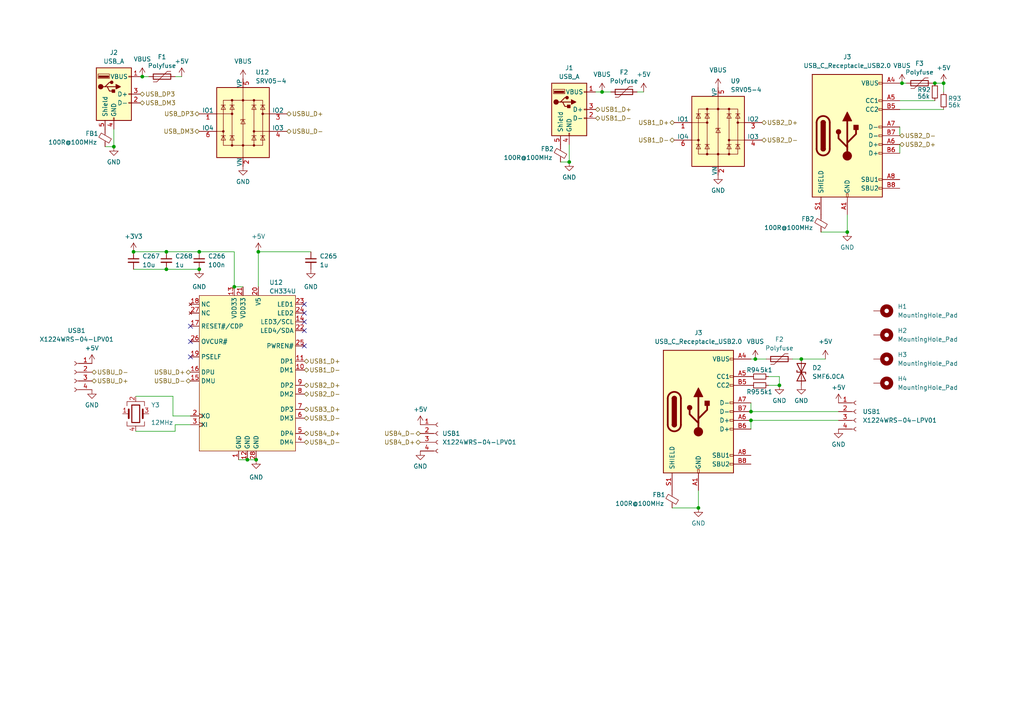
<source format=kicad_sch>
(kicad_sch (version 20230121) (generator eeschema)
  (paper "A4")
  (lib_symbols
    (symbol "Connector:Conn_01x04_Socket" (pin_names (offset 1.016) hide)
      (property "Reference" "J" (at 0 5.08 0))
      (property "Value" "Conn_01x04_Socket" (at 0 -7.62 0))
      (symbol "Conn_01x04_Socket_1_1"
        (arc (start 0 -4.572) (mid -0.5058 -5.08) (end 0 -5.588) (stroke (width 0.1524)))
        (arc (start 0 -2.032) (mid -0.5058 -2.54) (end 0 -3.048) (stroke (width 0.1524)))
        (polyline (pts (xy -1.27 -5.08) (xy -0.508 -5.08)) (stroke (width 0.1524)))
        (polyline (pts (xy -1.27 -2.54) (xy -0.508 -2.54)) (stroke (width 0.1524)))
        (polyline (pts (xy -1.27 0) (xy -0.508 0)) (stroke (width 0.1524)))
        (polyline (pts (xy -1.27 2.54) (xy -0.508 2.54)) (stroke (width 0.1524)))
        (arc (start 0 0.508) (mid -0.5058 0) (end 0 -0.508) (stroke (width 0.1524)))
        (arc (start 0 3.048) (mid -0.5058 2.54) (end 0 2.032) (stroke (width 0.1524)))
        (pin passive line (at -5.08 2.54 0) (length 3.81) (name "Pin_1") (number "1"))
        (pin passive line (at -5.08 0 0) (length 3.81) (name "Pin_2") (number "2"))
        (pin passive line (at -5.08 -2.54 0) (length 3.81) (name "Pin_3") (number "3"))
        (pin passive line (at -5.08 -5.08 0) (length 3.81) (name "Pin_4") (number "4"))
      )
    )
    (symbol "Connector:USB_A" (pin_names (offset 1.016))
      (property "Reference" "J" (at -5.08 11.43 0))
      (property "Value" "USB_A" (at -5.08 8.89 0))
      (symbol "USB_A_0_1"
        (rectangle (start -5.08 -7.62) (end 5.08 7.62) (stroke (width 0.254)) (fill (type background)))
        (circle (center -3.81 2.159) (radius 0.635) (stroke (width 0.254)) (fill (type outline)))
        (rectangle (start -1.524 4.826) (end -4.318 5.334) (fill (type outline)))
        (rectangle (start -1.27 4.572) (end -4.572 5.842))
        (circle (center -0.635 3.429) (radius 0.381) (stroke (width 0.254)) (fill (type outline)))
        (rectangle (start -0.127 -7.62) (end 0.127 -6.858))
        (polyline (pts (xy -3.175 2.159) (xy -2.54 2.159) (xy -1.27 3.429) (xy -0.635 3.429)) (stroke (width 0.254)))
        (polyline (pts (xy -2.54 2.159) (xy -1.905 2.159) (xy -1.27 0.889) (xy 0 0.889)) (stroke (width 0.254)))
        (polyline (pts (xy 0.635 2.794) (xy 0.635 1.524) (xy 1.905 2.159) (xy 0.635 2.794)) (stroke (width 0.254)) (fill (type outline)))
        (rectangle (start 0.254 1.27) (end -0.508 0.508) (stroke (width 0.254)) (fill (type outline)))
        (rectangle (start 5.08 -2.667) (end 4.318 -2.413))
        (rectangle (start 5.08 -0.127) (end 4.318 0.127))
        (rectangle (start 5.08 4.953) (end 4.318 5.207))
      )
      (symbol "USB_A_1_1"
        (polyline (pts (xy -1.905 2.159) (xy 0.635 2.159)) (stroke (width 0.254)))
        (pin power_in line (at 7.62 5.08 180) (length 2.54) (name "VBUS") (number "1"))
        (pin bidirectional line (at 7.62 -2.54 180) (length 2.54) (name "D-") (number "2"))
        (pin bidirectional line (at 7.62 0 180) (length 2.54) (name "D+") (number "3"))
        (pin power_in line (at 0 -10.16 90) (length 2.54) (name "GND") (number "4"))
        (pin passive line (at -2.54 -10.16 90) (length 2.54) (name "Shield") (number "5"))
      )
    )
    (symbol "Connector:USB_C_Receptacle_USB2.0" (pin_names (offset 1.016))
      (property "Reference" "J" (at -10.16 19.05 0))
      (property "Value" "USB_C_Receptacle_USB2.0" (at 19.05 19.05 0))
      (symbol "USB_C_Receptacle_USB2.0_0_0"
        (rectangle (start -0.254 -17.78) (end 0.254 -16.764))
        (rectangle (start 10.16 -14.986) (end 9.144 -15.494))
        (rectangle (start 10.16 -12.446) (end 9.144 -12.954))
        (rectangle (start 10.16 -4.826) (end 9.144 -5.334))
        (rectangle (start 10.16 -2.286) (end 9.144 -2.794))
        (rectangle (start 10.16 0.254) (end 9.144 -0.254))
        (rectangle (start 10.16 2.794) (end 9.144 2.286))
        (rectangle (start 10.16 7.874) (end 9.144 7.366))
        (rectangle (start 10.16 10.414) (end 9.144 9.906))
        (rectangle (start 10.16 15.494) (end 9.144 14.986))
      )
      (symbol "USB_C_Receptacle_USB2.0_0_1"
        (rectangle (start -10.16 17.78) (end 10.16 -17.78) (stroke (width 0.254)) (fill (type background)))
        (arc (start -8.89 -3.81) (mid -6.985 -5.7067) (end -5.08 -3.81) (stroke (width 0.508)))
        (arc (start -7.62 -3.81) (mid -6.985 -4.4423) (end -6.35 -3.81) (stroke (width 0.254)))
        (arc (start -7.62 -3.81) (mid -6.985 -4.4423) (end -6.35 -3.81) (stroke (width 0.254)) (fill (type outline)))
        (rectangle (start -7.62 -3.81) (end -6.35 3.81) (stroke (width 0.254)) (fill (type outline)))
        (arc (start -6.35 3.81) (mid -6.985 4.4423) (end -7.62 3.81) (stroke (width 0.254)))
        (arc (start -6.35 3.81) (mid -6.985 4.4423) (end -7.62 3.81) (stroke (width 0.254)) (fill (type outline)))
        (arc (start -5.08 3.81) (mid -6.985 5.7067) (end -8.89 3.81) (stroke (width 0.508)))
        (circle (center -2.54 1.143) (radius 0.635) (stroke (width 0.254)) (fill (type outline)))
        (circle (center 0 -5.842) (radius 1.27) (fill (type outline)))
        (polyline (pts (xy -8.89 -3.81) (xy -8.89 3.81)) (stroke (width 0.508)))
        (polyline (pts (xy -5.08 3.81) (xy -5.08 -3.81)) (stroke (width 0.508)))
        (polyline (pts (xy 0 -5.842) (xy 0 4.318)) (stroke (width 0.508)))
        (polyline (pts (xy 0 -3.302) (xy -2.54 -0.762) (xy -2.54 0.508)) (stroke (width 0.508)))
        (polyline (pts (xy 0 -2.032) (xy 2.54 0.508) (xy 2.54 1.778)) (stroke (width 0.508)))
        (polyline (pts (xy -1.27 4.318) (xy 0 6.858) (xy 1.27 4.318) (xy -1.27 4.318)) (stroke (width 0.254)) (fill (type outline)))
        (rectangle (start 1.905 1.778) (end 3.175 3.048) (stroke (width 0.254)) (fill (type outline)))
      )
      (symbol "USB_C_Receptacle_USB2.0_1_1"
        (pin passive line (at 0 -22.86 90) (length 5.08) (name "GND") (number "A1"))
        (pin passive line (at 0 -22.86 90) (length 5.08) hide (name "GND") (number "A12"))
        (pin passive line (at 15.24 15.24 180) (length 5.08) (name "VBUS") (number "A4"))
        (pin bidirectional line (at 15.24 10.16 180) (length 5.08) (name "CC1") (number "A5"))
        (pin bidirectional line (at 15.24 -2.54 180) (length 5.08) (name "D+") (number "A6"))
        (pin bidirectional line (at 15.24 2.54 180) (length 5.08) (name "D-") (number "A7"))
        (pin bidirectional line (at 15.24 -12.7 180) (length 5.08) (name "SBU1") (number "A8"))
        (pin passive line (at 15.24 15.24 180) (length 5.08) hide (name "VBUS") (number "A9"))
        (pin passive line (at 0 -22.86 90) (length 5.08) hide (name "GND") (number "B1"))
        (pin passive line (at 0 -22.86 90) (length 5.08) hide (name "GND") (number "B12"))
        (pin passive line (at 15.24 15.24 180) (length 5.08) hide (name "VBUS") (number "B4"))
        (pin bidirectional line (at 15.24 7.62 180) (length 5.08) (name "CC2") (number "B5"))
        (pin bidirectional line (at 15.24 -5.08 180) (length 5.08) (name "D+") (number "B6"))
        (pin bidirectional line (at 15.24 0 180) (length 5.08) (name "D-") (number "B7"))
        (pin bidirectional line (at 15.24 -15.24 180) (length 5.08) (name "SBU2") (number "B8"))
        (pin passive line (at 15.24 15.24 180) (length 5.08) hide (name "VBUS") (number "B9"))
        (pin passive line (at -7.62 -22.86 90) (length 5.08) (name "SHIELD") (number "S1"))
      )
    )
    (symbol "Device:C_Small" (pin_numbers hide) (pin_names (offset 0.254) hide)
      (property "Reference" "C" (at 0.254 1.778 0))
      (property "Value" "C_Small" (at 0.254 -2.032 0))
      (symbol "C_Small_0_1"
        (polyline (pts (xy -1.524 -0.508) (xy 1.524 -0.508)) (stroke (width 0.3302)))
        (polyline (pts (xy -1.524 0.508) (xy 1.524 0.508)) (stroke (width 0.3048)))
      )
      (symbol "C_Small_1_1"
        (pin passive line (at 0 2.54 270) (length 2.032) (name "~") (number "1"))
        (pin passive line (at 0 -2.54 90) (length 2.032) (name "~") (number "2"))
      )
    )
    (symbol "Device:Crystal_GND24" (pin_names (offset 1.016) hide)
      (property "Reference" "Y" (at 3.175 5.08 0))
      (property "Value" "Crystal_GND24" (at 3.175 3.175 0))
      (symbol "Crystal_GND24_0_1"
        (rectangle (start -1.143 2.54) (end 1.143 -2.54) (stroke (width 0.3048)))
        (polyline (pts (xy -2.54 0) (xy -2.032 0)))
        (polyline (pts (xy -2.032 -1.27) (xy -2.032 1.27)) (stroke (width 0.508)))
        (polyline (pts (xy 0 -3.81) (xy 0 -3.556)))
        (polyline (pts (xy 0 3.556) (xy 0 3.81)))
        (polyline (pts (xy 2.032 -1.27) (xy 2.032 1.27)) (stroke (width 0.508)))
        (polyline (pts (xy 2.032 0) (xy 2.54 0)))
        (polyline (pts (xy -2.54 -2.286) (xy -2.54 -3.556) (xy 2.54 -3.556) (xy 2.54 -2.286)))
        (polyline (pts (xy -2.54 2.286) (xy -2.54 3.556) (xy 2.54 3.556) (xy 2.54 2.286)))
      )
      (symbol "Crystal_GND24_1_1"
        (pin passive line (at -3.81 0 0) (length 1.27) (name "1") (number "1"))
        (pin passive line (at 0 5.08 270) (length 1.27) (name "2") (number "2"))
        (pin passive line (at 3.81 0 180) (length 1.27) (name "3") (number "3"))
        (pin passive line (at 0 -5.08 90) (length 1.27) (name "4") (number "4"))
      )
    )
    (symbol "Device:D_TVS" (pin_numbers hide) (pin_names (offset 1.016) hide)
      (property "Reference" "D" (at 0 2.54 0))
      (property "Value" "D_TVS" (at 0 -2.54 0))
      (symbol "D_TVS_0_1"
        (polyline (pts (xy 1.27 0) (xy -1.27 0)))
        (polyline (pts (xy 0.508 1.27) (xy 0 1.27) (xy 0 -1.27) (xy -0.508 -1.27)) (stroke (width 0.254)))
        (polyline (pts (xy -2.54 1.27) (xy -2.54 -1.27) (xy 2.54 1.27) (xy 2.54 -1.27) (xy -2.54 1.27)) (stroke (width 0.254)))
      )
      (symbol "D_TVS_1_1"
        (pin passive line (at -3.81 0 0) (length 2.54) (name "A1") (number "1"))
        (pin passive line (at 3.81 0 180) (length 2.54) (name "A2") (number "2"))
      )
    )
    (symbol "Device:FerriteBead_Small" (pin_numbers hide) (pin_names (offset 0))
      (property "Reference" "FB" (at 1.905 1.27 0))
      (property "Value" "FerriteBead_Small" (at 1.905 -1.27 0))
      (symbol "FerriteBead_Small_0_1"
        (polyline (pts (xy 0 -1.27) (xy 0 -0.7874)))
        (polyline (pts (xy 0 0.889) (xy 0 1.2954)))
        (polyline (pts (xy -1.8288 0.2794) (xy -1.1176 1.4986) (xy 1.8288 -0.2032) (xy 1.1176 -1.4224) (xy -1.8288 0.2794)))
      )
      (symbol "FerriteBead_Small_1_1"
        (pin passive line (at 0 2.54 270) (length 1.27) (name "~") (number "1"))
        (pin passive line (at 0 -2.54 90) (length 1.27) (name "~") (number "2"))
      )
    )
    (symbol "Device:Polyfuse" (pin_numbers hide) (pin_names (offset 0))
      (property "Reference" "F" (at -2.54 0 90))
      (property "Value" "Polyfuse" (at 2.54 0 90))
      (symbol "Polyfuse_0_1"
        (rectangle (start -0.762 2.54) (end 0.762 -2.54) (stroke (width 0.254)))
        (polyline (pts (xy 0 2.54) (xy 0 -2.54)))
        (polyline (pts (xy -1.524 2.54) (xy -1.524 1.524) (xy 1.524 -1.524) (xy 1.524 -2.54)))
      )
      (symbol "Polyfuse_1_1"
        (pin passive line (at 0 3.81 270) (length 1.27) (name "~") (number "1"))
        (pin passive line (at 0 -3.81 90) (length 1.27) (name "~") (number "2"))
      )
    )
    (symbol "Device:R_Small" (pin_numbers hide) (pin_names (offset 0.254) hide)
      (property "Reference" "R" (at 0.762 0.508 0))
      (property "Value" "R_Small" (at 0.762 -1.016 0))
      (symbol "R_Small_0_1"
        (rectangle (start -0.762 1.778) (end 0.762 -1.778) (stroke (width 0.2032)))
      )
      (symbol "R_Small_1_1"
        (pin passive line (at 0 2.54 270) (length 0.762) (name "~") (number "1"))
        (pin passive line (at 0 -2.54 90) (length 0.762) (name "~") (number "2"))
      )
    )
    (symbol "Mechanical:MountingHole_Pad" (pin_numbers hide) (pin_names (offset 1.016) hide)
      (property "Reference" "H" (at 0 6.35 0))
      (property "Value" "MountingHole_Pad" (at 0 4.445 0))
      (symbol "MountingHole_Pad_0_1"
        (circle (center 0 1.27) (radius 1.27) (stroke (width 1.27)))
      )
      (symbol "MountingHole_Pad_1_1"
        (pin input line (at 0 -2.54 90) (length 2.54) (name "1") (number "1"))
      )
    )
    (symbol "MoonBoard:CH334U"
      (property "Reference" "U" (at 6.985 -21.59 0))
      (property "Value" "CH334U" (at 10.16 -24.13 0))
      (symbol "CH334U_1_1"
        (rectangle (start -13.97 24.765) (end 13.97 -20.32) (fill (type background)))
        (pin passive line (at -2.54 -22.86 90) (length 2.54) (name "GND") (number "1"))
        (pin bidirectional line (at 16.51 3.175 180) (length 2.54) (name "DM1") (number "10"))
        (pin bidirectional line (at 16.51 5.715 180) (length 2.54) (name "DP1") (number "11"))
        (pin passive line (at 0 -22.86 90) (length 2.54) (name "GND") (number "12"))
        (pin power_in line (at -3.81 27.305 270) (length 2.54) (name "VDD33") (number "13"))
        (pin bidirectional line (at 16.51 17.145 180) (length 2.54) (name "LED3/SCL") (number "14"))
        (pin bidirectional line (at -16.51 0 0) (length 2.54) (name "DMU") (number "15"))
        (pin bidirectional line (at -16.51 2.54 0) (length 2.54) (name "DPU") (number "16"))
        (pin input line (at -16.51 15.875 0) (length 2.54) (name "RESET#/CDP") (number "17"))
        (pin no_connect line (at -16.51 22.225 0) (length 2.54) (name "NC") (number "18"))
        (pin input line (at -16.51 6.985 0) (length 2.54) (name "PSELF") (number "19"))
        (pin output clock (at -16.51 -10.16 0) (length 2.54) (name "XO") (number "2"))
        (pin power_in line (at 3.175 27.305 270) (length 2.54) (name "V5") (number "20"))
        (pin power_in line (at -1.27 27.305 270) (length 2.54) (name "VDD33") (number "21"))
        (pin bidirectional line (at 16.51 14.605 180) (length 2.54) (name "LED4/SDA") (number "22"))
        (pin bidirectional line (at 16.51 22.225 180) (length 2.54) (name "LED1") (number "23"))
        (pin bidirectional line (at 16.51 19.685 180) (length 2.54) (name "LED2") (number "24"))
        (pin output line (at 16.51 10.16 180) (length 2.54) (name "PWREN#") (number "25"))
        (pin input line (at -16.51 11.43 0) (length 2.54) (name "OVCUR#") (number "26"))
        (pin no_connect line (at -16.51 19.685 0) (length 2.54) (name "NC") (number "27"))
        (pin passive line (at 2.54 -22.86 90) (length 2.54) (name "GND") (number "28"))
        (pin input clock (at -16.51 -12.7 0) (length 2.54) (name "XI") (number "3"))
        (pin bidirectional line (at 16.51 -17.78 180) (length 2.54) (name "DM4") (number "4"))
        (pin bidirectional line (at 16.51 -15.24 180) (length 2.54) (name "DP4") (number "5"))
        (pin bidirectional line (at 16.51 -10.795 180) (length 2.54) (name "DM3") (number "6"))
        (pin bidirectional line (at 16.51 -8.255 180) (length 2.54) (name "DP3") (number "7"))
        (pin bidirectional line (at 16.51 -3.81 180) (length 2.54) (name "DM2") (number "8"))
        (pin bidirectional line (at 16.51 -1.27 180) (length 2.54) (name "DP2") (number "9"))
      )
    )
    (symbol "PCM_marbastlib-various:SRV05-4" (pin_names (offset 0))
      (property "Reference" "U" (at -5.08 11.43 0))
      (property "Value" "SRV05-4" (at 2.54 11.43 0))
      (symbol "SRV05-4_0_0"
        (rectangle (start -5.715 6.477) (end 5.715 -6.604))
        (polyline (pts (xy -3.175 -6.604) (xy -3.175 6.477)))
        (polyline (pts (xy 3.175 6.477) (xy 3.175 -6.604)))
      )
      (symbol "SRV05-4_0_1"
        (rectangle (start -7.62 10.16) (end 7.62 -10.16) (stroke (width 0.254)) (fill (type background)))
        (circle (center -5.715 -2.54) (radius 0.2794) (fill (type outline)))
        (circle (center -3.175 -6.604) (radius 0.2794) (fill (type outline)))
        (circle (center -3.175 2.54) (radius 0.2794) (fill (type outline)))
        (circle (center -3.175 6.477) (radius 0.2794) (fill (type outline)))
        (circle (center 0 -6.604) (radius 0.2794) (fill (type outline)))
        (polyline (pts (xy -7.747 2.54) (xy -3.175 2.54)))
        (polyline (pts (xy -7.62 -2.54) (xy -5.715 -2.54)))
        (polyline (pts (xy -5.08 -3.81) (xy -6.35 -3.81)))
        (polyline (pts (xy -5.08 5.08) (xy -6.35 5.08)))
        (polyline (pts (xy -2.54 -3.81) (xy -3.81 -3.81)))
        (polyline (pts (xy -2.54 5.08) (xy -3.81 5.08)))
        (polyline (pts (xy 0 10.16) (xy 0 -10.16)))
        (polyline (pts (xy 3.81 -3.81) (xy 2.54 -3.81)))
        (polyline (pts (xy 3.81 5.08) (xy 2.54 5.08)))
        (polyline (pts (xy 6.35 -3.81) (xy 5.08 -3.81)))
        (polyline (pts (xy 6.35 5.08) (xy 5.08 5.08)))
        (polyline (pts (xy 7.62 -2.54) (xy 3.175 -2.54)))
        (polyline (pts (xy 7.62 2.54) (xy 5.715 2.54)))
        (polyline (pts (xy 0.635 0.889) (xy -0.635 0.889) (xy -0.635 0.635)))
        (polyline (pts (xy -5.08 -5.08) (xy -6.35 -5.08) (xy -5.715 -3.81) (xy -5.08 -5.08)))
        (polyline (pts (xy -5.08 3.81) (xy -6.35 3.81) (xy -5.715 5.08) (xy -5.08 3.81)))
        (polyline (pts (xy -2.54 -5.08) (xy -3.81 -5.08) (xy -3.175 -3.81) (xy -2.54 -5.08)))
        (polyline (pts (xy -2.54 3.81) (xy -3.81 3.81) (xy -3.175 5.08) (xy -2.54 3.81)))
        (polyline (pts (xy 0.635 -0.381) (xy -0.635 -0.381) (xy 0 0.889) (xy 0.635 -0.381)))
        (polyline (pts (xy 3.81 -5.08) (xy 2.54 -5.08) (xy 3.175 -3.81) (xy 3.81 -5.08)))
        (polyline (pts (xy 3.81 3.81) (xy 2.54 3.81) (xy 3.175 5.08) (xy 3.81 3.81)))
        (polyline (pts (xy 6.35 -5.08) (xy 5.08 -5.08) (xy 5.715 -3.81) (xy 6.35 -5.08)))
        (polyline (pts (xy 6.35 3.81) (xy 5.08 3.81) (xy 5.715 5.08) (xy 6.35 3.81)))
        (circle (center 0 6.477) (radius 0.2794) (fill (type outline)))
        (circle (center 3.175 -6.604) (radius 0.2794) (fill (type outline)))
        (circle (center 3.175 -2.54) (radius 0.2794) (fill (type outline)))
        (circle (center 3.175 6.477) (radius 0.2794) (fill (type outline)))
        (circle (center 5.715 2.54) (radius 0.2794) (fill (type outline)))
      )
      (symbol "SRV05-4_1_1"
        (pin passive line (at -12.7 2.54 0) (length 5.08) (name "IO1") (number "1"))
        (pin passive line (at 0 -12.7 90) (length 2.54) (name "VN") (number "2"))
        (pin passive line (at 12.7 2.54 180) (length 5.08) (name "IO2") (number "3"))
        (pin passive line (at 12.7 -2.54 180) (length 5.08) (name "IO3") (number "4"))
        (pin passive line (at 0 12.7 270) (length 2.54) (name "VP") (number "5"))
        (pin passive line (at -12.7 -2.54 0) (length 5.08) (name "IO4") (number "6"))
      )
    )
    (symbol "power:+3V3" (power) (pin_names (offset 0))
      (property "Value" "+3V3" (at 0 3.556 0))
      (symbol "+3V3_0_1"
        (polyline (pts (xy -0.762 1.27) (xy 0 2.54)))
        (polyline (pts (xy 0 0) (xy 0 2.54)))
        (polyline (pts (xy 0 2.54) (xy 0.762 1.27)))
      )
      (symbol "+3V3_1_1"
        (pin power_in line (at 0 0 90) (length 0) hide (name "+3V3") (number "1"))
      )
    )
    (symbol "power:+5V" (power) (pin_names (offset 0))
      (property "Value" "+5V" (at 0 3.556 0))
      (symbol "+5V_0_1"
        (polyline (pts (xy -0.762 1.27) (xy 0 2.54)))
        (polyline (pts (xy 0 0) (xy 0 2.54)))
        (polyline (pts (xy 0 2.54) (xy 0.762 1.27)))
      )
      (symbol "+5V_1_1"
        (pin power_in line (at 0 0 90) (length 0) hide (name "+5V") (number "1"))
      )
    )
    (symbol "power:GND" (power) (pin_names (offset 0))
      (property "Value" "GND" (at 0 -3.81 0))
      (symbol "GND_0_1"
        (polyline (pts (xy 0 0) (xy 0 -1.27) (xy 1.27 -1.27) (xy 0 -2.54) (xy -1.27 -1.27) (xy 0 -1.27)))
      )
      (symbol "GND_1_1"
        (pin power_in line (at 0 0 270) (length 0) hide (name "GND") (number "1"))
      )
    )
    (symbol "power:VBUS" (power) (pin_names (offset 0))
      (property "Value" "VBUS" (at 0 3.81 0))
      (symbol "VBUS_0_1"
        (polyline (pts (xy -0.762 1.27) (xy 0 2.54)))
        (polyline (pts (xy 0 0) (xy 0 2.54)))
        (polyline (pts (xy 0 2.54) (xy 0.762 1.27)))
      )
      (symbol "VBUS_1_1"
        (pin power_in line (at 0 0 90) (length 0) hide (name "VBUS") (number "1"))
      )
    )
  )
  (junction (at 38.735 73.025))
  (junction (at 273.685 24.13))
  (junction (at 217.805 121.92))
  (junction (at 67.945 83.185))
  (junction (at 232.41 104.14))
  (junction (at 165.1 46.99))
  (junction (at 226.06 111.76))
  (junction (at 217.805 119.38))
  (junction (at 174.625 26.67))
  (junction (at 74.93 73.025))
  (junction (at 245.745 67.31))
  (junction (at 41.275 22.225))
  (junction (at 202.565 147.32))
  (junction (at 57.785 73.025))
  (junction (at 57.785 78.105))
  (junction (at 271.145 24.13))
  (junction (at 71.755 133.35))
  (junction (at 33.02 42.545))
  (junction (at 74.295 133.35))
  (junction (at 261.62 24.13))
  (junction (at 48.26 78.105))
  (junction (at 219.075 104.14))
  (junction (at 48.26 73.025))
  (no_connect (at 88.265 90.805))
  (no_connect (at 88.265 93.345))
  (no_connect (at 88.265 95.885))
  (no_connect (at 55.245 94.615))
  (no_connect (at 55.245 103.505))
  (no_connect (at 88.265 100.33))
  (no_connect (at 88.265 88.265))
  (no_connect (at 55.245 99.06))
  (wire (pts (xy 50.8 22.225) (xy 52.705 22.225)))
  (wire (pts (xy 217.805 119.38) (xy 243.205 119.38)))
  (wire (pts (xy 222.25 104.14) (xy 219.075 104.14)))
  (wire (pts (xy 69.215 133.35) (xy 71.755 133.35)))
  (wire (pts (xy 162.56 46.99) (xy 165.1 46.99)))
  (wire (pts (xy 271.145 24.13) (xy 270.51 24.13)))
  (wire (pts (xy 217.805 116.84) (xy 217.805 119.38)))
  (wire (pts (xy 217.805 121.92) (xy 217.805 124.46)))
  (wire (pts (xy 71.755 133.35) (xy 74.295 133.35)))
  (wire (pts (xy 33.02 42.545) (xy 33.02 37.465)))
  (wire (pts (xy 226.06 111.76) (xy 222.885 111.76)))
  (wire (pts (xy 245.745 67.31) (xy 245.745 62.23)))
  (wire (pts (xy 43.18 22.225) (xy 41.275 22.225)))
  (wire (pts (xy 202.565 142.24) (xy 202.565 147.32)))
  (wire (pts (xy 177.165 26.67) (xy 174.625 26.67)))
  (wire (pts (xy 38.735 78.105) (xy 48.26 78.105)))
  (wire (pts (xy 48.26 78.105) (xy 57.785 78.105)))
  (wire (pts (xy 226.06 109.22) (xy 226.06 111.76)))
  (wire (pts (xy 50.8 125.095) (xy 39.37 125.095)))
  (wire (pts (xy 262.89 24.13) (xy 261.62 24.13)))
  (wire (pts (xy 184.785 26.67) (xy 186.69 26.67)))
  (wire (pts (xy 273.685 24.13) (xy 273.685 26.67)))
  (wire (pts (xy 30.48 42.545) (xy 33.02 42.545)))
  (wire (pts (xy 261.62 24.13) (xy 260.985 24.13)))
  (wire (pts (xy 229.87 104.14) (xy 232.41 104.14)))
  (wire (pts (xy 165.1 46.99) (xy 165.1 41.91)))
  (wire (pts (xy 50.8 123.19) (xy 50.8 125.095)))
  (wire (pts (xy 55.245 120.65) (xy 50.165 120.65)))
  (wire (pts (xy 232.41 104.14) (xy 239.395 104.14)))
  (wire (pts (xy 55.245 123.19) (xy 50.8 123.19)))
  (wire (pts (xy 260.985 41.91) (xy 260.985 44.45)))
  (wire (pts (xy 67.945 73.025) (xy 57.785 73.025)))
  (wire (pts (xy 67.945 83.185) (xy 67.945 73.025)))
  (wire (pts (xy 238.125 67.31) (xy 245.745 67.31)))
  (wire (pts (xy 260.985 29.21) (xy 271.145 29.21)))
  (wire (pts (xy 219.075 104.14) (xy 217.805 104.14)))
  (wire (pts (xy 67.945 83.185) (xy 70.485 83.185)))
  (wire (pts (xy 50.165 120.65) (xy 50.165 114.935)))
  (wire (pts (xy 260.985 36.83) (xy 260.985 39.37)))
  (wire (pts (xy 74.93 73.025) (xy 90.17 73.025)))
  (wire (pts (xy 271.145 24.13) (xy 273.685 24.13)))
  (wire (pts (xy 41.275 22.225) (xy 40.64 22.225)))
  (wire (pts (xy 174.625 26.67) (xy 172.72 26.67)))
  (wire (pts (xy 50.165 114.935) (xy 39.37 114.935)))
  (wire (pts (xy 74.93 73.025) (xy 74.93 83.185)))
  (wire (pts (xy 194.945 147.32) (xy 202.565 147.32)))
  (wire (pts (xy 48.26 73.025) (xy 57.785 73.025)))
  (wire (pts (xy 217.805 121.92) (xy 243.205 121.92)))
  (wire (pts (xy 260.985 31.75) (xy 273.685 31.75)))
  (wire (pts (xy 38.735 73.025) (xy 48.26 73.025)))
  (wire (pts (xy 222.885 109.22) (xy 226.06 109.22)))
  (hierarchical_label "USB4_D-" (shape bidirectional) (at 88.265 128.27 0))
  (hierarchical_label "USB_DP3" (shape bidirectional) (at 40.64 27.305 0))
  (hierarchical_label "USB2_D-" (shape bidirectional) (at 260.985 39.37 0))
  (hierarchical_label "USBU_D-" (shape bidirectional) (at 83.185 38.1 0))
  (hierarchical_label "USBU_D+" (shape bidirectional) (at 83.185 33.02 0))
  (hierarchical_label "USB4_D-" (shape bidirectional) (at 121.92 125.73 180))
  (hierarchical_label "USB_DP3" (shape bidirectional) (at 57.785 33.02 180))
  (hierarchical_label "USB2_D+" (shape bidirectional) (at 88.265 111.76 0))
  (hierarchical_label "USB_DM3" (shape bidirectional) (at 40.64 29.845 0))
  (hierarchical_label "USBU_D+" (shape bidirectional) (at 55.245 107.95 180))
  (hierarchical_label "USB2_D-" (shape bidirectional) (at 88.265 114.3 0))
  (hierarchical_label "USBU_D+" (shape bidirectional) (at 26.67 110.49 0))
  (hierarchical_label "USB4_D+" (shape bidirectional) (at 121.92 128.27 180))
  (hierarchical_label "USBU_D-" (shape bidirectional) (at 26.67 107.95 0))
  (hierarchical_label "USB1_D-" (shape bidirectional) (at 195.58 40.64 180))
  (hierarchical_label "USB4_D+" (shape bidirectional) (at 88.265 125.73 0))
  (hierarchical_label "USB1_D+" (shape bidirectional) (at 172.72 31.75 0))
  (hierarchical_label "USBU_D-" (shape bidirectional) (at 55.245 110.49 180))
  (hierarchical_label "USB2_D+" (shape bidirectional) (at 220.98 35.56 0))
  (hierarchical_label "USB3_D+" (shape bidirectional) (at 88.265 118.745 0))
  (hierarchical_label "USB_DM3" (shape bidirectional) (at 57.785 38.1 180))
  (hierarchical_label "USB3_D-" (shape bidirectional) (at 88.265 121.285 0))
  (hierarchical_label "USB1_D+" (shape bidirectional) (at 195.58 35.56 180))
  (hierarchical_label "USB1_D-" (shape bidirectional) (at 172.72 34.29 0))
  (hierarchical_label "USB1_D+" (shape bidirectional) (at 88.265 104.775 0))
  (hierarchical_label "USB1_D-" (shape bidirectional) (at 88.265 107.315 0))
  (hierarchical_label "USB2_D-" (shape bidirectional) (at 220.98 40.64 0))
  (hierarchical_label "USB2_D+" (shape bidirectional) (at 260.985 41.91 0))
  (symbol (lib_id "Device:FerriteBead_Small") (at 162.56 44.45 180) (unit 1)
    (property "Reference" "FB2" (at 156.845 43.18 0) (effects (justify right)))
    (property "Value" "100R@100MHz" (at 146.05 45.72 0) (effects (justify right)))
    (property "Footprint" "Inductor_SMD:L_0805_2012Metric" (effects hide))
    (instances (project "MoonBoard" (path "" (reference "FB2") (unit 1)) (path "" (reference "FB1") (unit 1))))
  )
  (symbol (lib_id "power:GND") (at 245.745 67.31 0) (unit 1)
    (property "Reference" "#PWR0622" (effects hide))
    (property "Value" "GND" (at 245.745 71.755 0))
    (instances (project "MoonBoard" (path "" (reference "#PWR0622") (unit 1)) (path "" (reference "#PWR0625") (unit 1))))
  )
  (symbol (lib_id "power:+5V") (at 243.205 116.84 0) (unit 1)
    (property "Reference" "#PWR0643" (effects hide))
    (property "Value" "+5V" (at 243.205 112.395 0))
  )
  (symbol (lib_id "Connector:Conn_01x04_Socket") (at 21.59 107.95 0) (mirror y) (unit 1)
    (property "Reference" "USB1" (at 22.225 95.885 0))
    (property "Value" "X1224WRS-04-LPV01" (at 22.225 98.425 0))
    (property "Footprint" "Connector_Molex:Molex_Pico-EZmate_78171-0004_1x04-1MP_P1.20mm_Vertical" (effects hide))
    (instances (project "MoonBoard" (path "" (reference "USB1") (unit 1)) (path "" (reference "USB3") (unit 1))))
  )
  (symbol (lib_id "PCM_marbastlib-various:SRV05-4") (at 70.485 35.56 0) (unit 1)
    (property "Reference" "U12" (at 74.1111 20.955 0) (effects (justify left)))
    (property "Value" "SRV05-4" (at 74.1111 23.495 0) (effects (justify left)))
    (property "Footprint" "PCM_marbastlib-various:SOT-23-6-routable" (effects hide))
    (property "Datasheet" "http://www.onsemi.com/pub/Collateral/SRV05-4-D.PDF" (effects hide))
  )
  (symbol (lib_id "Device:FerriteBead_Small") (at 194.945 144.78 180) (unit 1)
    (property "Reference" "FB1" (at 189.23 143.51 0) (effects (justify right)))
    (property "Value" "100R@100MHz" (at 178.435 146.05 0) (effects (justify right)))
    (property "Footprint" "Inductor_SMD:L_0805_2012Metric" (effects hide))
    (instances (project "MoonBoard" (path "" (reference "FB1") (unit 1)) (path "" (reference "FB4") (unit 1))))
  )
  (symbol (lib_id "Device:Polyfuse") (at 266.7 24.13 90) (unit 1)
    (property "Reference" "F3" (at 266.7 18.415 90))
    (property "Value" "Polyfuse" (at 266.7 20.955 90))
    (property "Footprint" "Fuse:Fuse_1206_3216Metric" (effects hide))
  )
  (symbol (lib_id "Connector:Conn_01x04_Socket") (at 127 125.73 0) (unit 1)
    (property "Reference" "USB1" (at 128.27 125.73 0) (effects (justify left)))
    (property "Value" "X1224WRS-04-LPV01" (at 128.27 128.27 0) (effects (justify left)))
    (property "Footprint" "Connector_Molex:Molex_Pico-EZmate_78171-0004_1x04-1MP_P1.20mm_Vertical" (effects hide))
    (instances (project "MoonBoard" (path "" (reference "USB1") (unit 1)) (path "" (reference "USB4") (unit 1))))
  )
  (symbol (lib_id "Mechanical:MountingHole_Pad") (at 255.905 90.17 270) (unit 1)
    (property "Reference" "H1" (at 260.35 88.9 90) (effects (justify left)))
    (property "Value" "MountingHole_Pad" (at 260.35 91.44 90) (effects (justify left)))
  )
  (symbol (lib_id "Connector:USB_A") (at 165.1 31.75 0) (unit 1)
    (property "Reference" "J1" (at 165.1 19.685 0))
    (property "Value" "USB_A" (at 165.1 22.225 0))
    (property "Footprint" "MoonBoard:USB-A-SMD_AF-APPLE-10.6" (effects hide))
    (property "Datasheet" " ~" (effects hide))
  )
  (symbol (lib_id "power:GND") (at 70.485 48.26 0) (unit 1)
    (property "Reference" "#PWR0620" (effects hide))
    (property "Value" "GND" (at 70.485 52.705 0))
    (instances (project "MoonBoard" (path "" (reference "#PWR0620") (unit 1)) (path "" (reference "#PWR0638") (unit 1))))
  )
  (symbol (lib_id "power:GND") (at 243.205 124.46 0) (unit 1)
    (property "Reference" "#PWR0644" (effects hide))
    (property "Value" "GND" (at 243.205 128.905 0))
  )
  (symbol (lib_id "Mechanical:MountingHole_Pad") (at 255.905 111.125 270) (unit 1)
    (property "Reference" "H4" (at 260.35 109.855 90) (effects (justify left)))
    (property "Value" "MountingHole_Pad" (at 260.35 112.395 90) (effects (justify left)))
  )
  (symbol (lib_id "Connector:Conn_01x04_Socket") (at 248.285 119.38 0) (unit 1)
    (property "Reference" "USB1" (at 250.19 119.38 0) (effects (justify left)))
    (property "Value" "X1224WRS-04-LPV01" (at 250.19 121.92 0) (effects (justify left)))
    (property "Footprint" "Connector_Molex:Molex_Pico-EZmate_78171-0004_1x04-1MP_P1.20mm_Vertical" (effects hide))
    (instances (project "MoonBoard" (path "" (reference "USB1") (unit 1)) (path "" (reference "USB2") (unit 1))))
  )
  (symbol (lib_id "Device:R_Small") (at 220.345 111.76 90) (unit 1)
    (property "Reference" "R95" (at 218.44 113.665 90))
    (property "Value" "5k1" (at 222.25 113.665 90))
    (property "Footprint" "Resistor_SMD:R_0402_1005Metric" (effects hide))
  )
  (symbol (lib_id "Mechanical:MountingHole_Pad") (at 255.905 97.155 270) (unit 1)
    (property "Reference" "H2" (at 260.35 95.885 90) (effects (justify left)))
    (property "Value" "MountingHole_Pad" (at 260.35 98.425 90) (effects (justify left)))
  )
  (symbol (lib_id "power:+5V") (at 273.685 24.13 0) (unit 1)
    (property "Reference" "#PWR0627" (effects hide))
    (property "Value" "+5V" (at 273.685 19.685 0))
    (instances (project "MoonBoard" (path "" (reference "#PWR0627") (unit 1)) (path "" (reference "#PWR0623") (unit 1))))
  )
  (symbol (lib_id "Device:FerriteBead_Small") (at 30.48 40.005 180) (unit 1)
    (property "Reference" "FB1" (at 24.765 38.735 0) (effects (justify right)))
    (property "Value" "100R@100MHz" (at 13.97 41.275 0) (effects (justify right)))
    (property "Footprint" "Inductor_SMD:L_0805_2012Metric" (effects hide))
    (instances (project "MoonBoard" (path "" (reference "FB1") (unit 1)) (path "" (reference "FB2") (unit 1))))
  )
  (symbol (lib_id "power:+5V") (at 121.92 123.19 0) (unit 1)
    (property "Reference" "#PWR0645" (effects hide))
    (property "Value" "+5V" (at 121.92 118.745 0))
  )
  (symbol (lib_id "power:+5V") (at 74.93 73.025 0) (unit 1)
    (property "Reference" "#PWR03" (effects hide))
    (property "Value" "+5V" (at 74.93 68.58 0))
    (instances (project "MoonBoard" (path "" (reference "#PWR03") (unit 1)) (path "" (reference "#PWR0628") (unit 1))))
  )
  (symbol (lib_id "power:VBUS") (at 41.275 22.225 0) (unit 1)
    (property "Reference" "#PWR0636" (effects hide))
    (property "Value" "VBUS" (at 41.275 17.145 0))
  )
  (symbol (lib_id "power:GND") (at 33.02 42.545 0) (unit 1)
    (property "Reference" "#PWR0620" (effects hide))
    (property "Value" "GND" (at 33.02 46.99 0))
    (instances (project "MoonBoard" (path "" (reference "#PWR0620") (unit 1)) (path "" (reference "#PWR0621") (unit 1))))
  )
  (symbol (lib_id "power:GND") (at 57.785 78.105 0) (unit 1)
    (property "Reference" "#PWR0626" (effects hide))
    (property "Value" "GND" (at 57.785 83.185 0))
    (instances (project "MoonBoard" (path "" (reference "#PWR0626") (unit 1)) (path "" (reference "#PWR0630") (unit 1))))
  )
  (symbol (lib_id "power:GND") (at 226.06 111.76 0) (unit 1)
    (property "Reference" "#PWR0620" (effects hide))
    (property "Value" "GND" (at 226.06 116.205 0))
    (instances (project "MoonBoard" (path "" (reference "#PWR0620") (unit 1)) (path "" (reference "#PWR0639") (unit 1))))
  )
  (symbol (lib_id "power:GND") (at 165.1 46.99 0) (unit 1)
    (property "Reference" "#PWR0621" (effects hide))
    (property "Value" "GND" (at 165.1 51.435 0))
    (instances (project "MoonBoard" (path "" (reference "#PWR0621") (unit 1)) (path "" (reference "#PWR0620") (unit 1))))
  )
  (symbol (lib_id "power:+5V") (at 239.395 104.14 0) (unit 1)
    (property "Reference" "#PWR0628" (effects hide))
    (property "Value" "+5V" (at 239.395 99.06 0))
    (instances (project "MoonBoard" (path "" (reference "#PWR0628") (unit 1)) (path "" (reference "#PWR0641") (unit 1))))
  )
  (symbol (lib_id "Device:C_Small") (at 90.17 75.565 0) (unit 1)
    (property "Reference" "C265" (at 92.71 74.3013 0) (effects (justify left)))
    (property "Value" "1u" (at 92.71 76.8413 0) (effects (justify left)))
    (property "Footprint" "Capacitor_SMD:C_0402_1005Metric" (effects hide))
    (instances (project "MoonBoard" (path "" (reference "C265") (unit 1)) (path "" (reference "C268") (unit 1))))
  )
  (symbol (lib_id "Connector:USB_C_Receptacle_USB2.0") (at 202.565 119.38 0) (unit 1)
    (property "Reference" "J3" (at 202.565 96.52 0))
    (property "Value" "USB_C_Receptacle_USB2.0" (at 202.565 99.06 0))
    (property "Footprint" "MoonBoard:HRO-TYPE-C-31-M-12-Assembly" (effects hide))
    (property "Datasheet" "https://www.usb.org/sites/default/files/documents/usb_type-c.zip" (effects hide))
    (instances (project "MoonBoard" (path "" (reference "J3") (unit 1)) (path "" (reference "J4") (unit 1))))
  )
  (symbol (lib_id "power:GND") (at 208.28 50.8 0) (unit 1)
    (property "Reference" "#PWR0621" (effects hide))
    (property "Value" "GND" (at 208.28 55.245 0))
    (instances (project "MoonBoard" (path "" (reference "#PWR0621") (unit 1)) (path "" (reference "#PWR0622") (unit 1))))
  )
  (symbol (lib_id "power:+5V") (at 52.705 22.225 0) (unit 1)
    (property "Reference" "#PWR0629" (effects hide))
    (property "Value" "+5V" (at 52.705 17.78 0))
    (instances (project "MoonBoard" (path "" (reference "#PWR0629") (unit 1)) (path "" (reference "#PWR09") (unit 1))))
  )
  (symbol (lib_id "power:+3V3") (at 38.735 73.025 0) (unit 1)
    (property "Reference" "#PWR0630" (effects hide))
    (property "Value" "+3V3" (at 38.735 68.58 0))
    (instances (project "MoonBoard" (path "" (reference "#PWR0630") (unit 1)) (path "" (reference "#PWR0627") (unit 1))))
  )
  (symbol (lib_id "Connector:USB_A") (at 33.02 27.305 0) (unit 1)
    (property "Reference" "J2" (at 33.02 15.24 0))
    (property "Value" "USB_A" (at 33.02 17.78 0))
    (property "Footprint" "MoonBoard:USB-A-SMD_AF-APPLE-10.6" (effects hide))
    (property "Datasheet" " ~" (effects hide))
  )
  (symbol (lib_id "power:VBUS") (at 261.62 24.13 0) (unit 1)
    (property "Reference" "#PWR0634" (effects hide))
    (property "Value" "VBUS" (at 261.62 19.05 0))
  )
  (symbol (lib_id "power:GND") (at 90.17 78.105 0) (unit 1)
    (property "Reference" "#PWR09" (effects hide))
    (property "Value" "GND" (at 90.17 83.185 0))
    (instances (project "MoonBoard" (path "" (reference "#PWR09") (unit 1)) (path "" (reference "#PWR0631") (unit 1))))
  )
  (symbol (lib_id "power:+5V") (at 186.69 26.67 0) (unit 1)
    (property "Reference" "#PWR0628" (effects hide))
    (property "Value" "+5V" (at 186.69 21.59 0))
    (instances (project "MoonBoard" (path "" (reference "#PWR0628") (unit 1)) (path "" (reference "#PWR03") (unit 1))))
  )
  (symbol (lib_id "power:GND") (at 74.295 133.35 0) (unit 1)
    (property "Reference" "#PWR0625" (effects hide))
    (property "Value" "GND" (at 74.295 138.43 0))
    (instances (project "MoonBoard" (path "" (reference "#PWR0625") (unit 1)) (path "" (reference "#PWR0632") (unit 1))))
  )
  (symbol (lib_id "Device:D_TVS") (at 232.41 107.95 90) (unit 1)
    (property "Reference" "D2" (at 235.585 106.68 90) (effects (justify right)))
    (property "Value" "SMF6.0CA" (at 235.585 109.22 90) (effects (justify right)))
    (property "Footprint" "MoonBoard:SOD-123FL_L2.8-W1.8-LS3.7-BI" (effects hide))
  )
  (symbol (lib_id "power:+5V") (at 26.67 105.41 0) (mirror y) (unit 1)
    (property "Reference" "#PWR0626" (effects hide))
    (property "Value" "+5V" (at 26.67 100.965 0))
  )
  (symbol (lib_id "Device:C_Small") (at 48.26 75.565 0) (unit 1)
    (property "Reference" "C268" (at 50.8 74.3013 0) (effects (justify left)))
    (property "Value" "1u" (at 50.8 76.8413 0) (effects (justify left)))
    (property "Footprint" "Capacitor_SMD:C_0402_1005Metric" (effects hide))
    (instances (project "MoonBoard" (path "" (reference "C268") (unit 1)) (path "" (reference "C266") (unit 1))))
  )
  (symbol (lib_id "power:GND") (at 232.41 111.76 0) (unit 1)
    (property "Reference" "#PWR0620" (effects hide))
    (property "Value" "GND" (at 232.41 116.205 0))
    (instances (project "MoonBoard" (path "" (reference "#PWR0620") (unit 1)) (path "" (reference "#PWR0642") (unit 1))))
  )
  (symbol (lib_id "Connector:USB_C_Receptacle_USB2.0") (at 245.745 39.37 0) (unit 1)
    (property "Reference" "J3" (at 245.745 16.51 0))
    (property "Value" "USB_C_Receptacle_USB2.0" (at 245.745 19.05 0))
    (property "Footprint" "MoonBoard:HRO-TYPE-C-31-M-12-Assembly" (effects hide))
    (property "Datasheet" "https://www.usb.org/sites/default/files/documents/usb_type-c.zip" (effects hide))
  )
  (symbol (lib_id "Device:Polyfuse") (at 46.99 22.225 90) (unit 1)
    (property "Reference" "F1" (at 46.99 16.51 90))
    (property "Value" "Polyfuse" (at 46.99 19.05 90))
    (property "Footprint" "Fuse:Fuse_1206_3216Metric" (effects hide))
    (instances (project "MoonBoard" (path "" (reference "F1") (unit 1)) (path "" (reference "F2") (unit 1))))
  )
  (symbol (lib_id "Mechanical:MountingHole_Pad") (at 255.905 104.14 270) (unit 1)
    (property "Reference" "H3" (at 260.35 102.87 90) (effects (justify left)))
    (property "Value" "MountingHole_Pad" (at 260.35 105.41 90) (effects (justify left)))
  )
  (symbol (lib_id "Device:C_Small") (at 38.735 75.565 0) (unit 1)
    (property "Reference" "C267" (at 41.275 74.3013 0) (effects (justify left)))
    (property "Value" "10u" (at 41.275 76.8413 0) (effects (justify left)))
    (property "Footprint" "Capacitor_SMD:C_0402_1005Metric" (effects hide))
    (instances (project "MoonBoard" (path "" (reference "C267") (unit 1)) (path "" (reference "C265") (unit 1))))
  )
  (symbol (lib_id "Device:C_Small") (at 57.785 75.565 0) (unit 1)
    (property "Reference" "C266" (at 60.325 74.3013 0) (effects (justify left)))
    (property "Value" "100n" (at 60.325 76.8413 0) (effects (justify left)))
    (property "Footprint" "Capacitor_SMD:C_0402_1005Metric" (effects hide))
    (instances (project "MoonBoard" (path "" (reference "C266") (unit 1)) (path "" (reference "C267") (unit 1))))
  )
  (symbol (lib_id "MoonBoard:CH334U") (at 71.755 110.49 0) (unit 1)
    (property "Reference" "U12" (at 78.105 81.915 0) (effects (justify left)))
    (property "Value" "CH334U" (at 78.105 84.455 0) (effects (justify left)))
    (property "Footprint" "Package_SO:SSOP-28_3.9x9.9mm_P0.635mm" (effects hide))
    (property "Datasheet" "https://www.wch-ic.com/downloads/file/327.html?time=2023-08-29%2019:08:18&code=k23D2zfqpq4RVg9g5REPs7bIpuFUNwkS7iEZxJTL" (effects hide))
    (instances (project "MoonBoard" (path "" (reference "U12") (unit 1)) (path "" (reference "U11") (unit 1))))
  )
  (symbol (lib_id "power:VBUS") (at 208.28 25.4 0) (unit 1)
    (property "Reference" "#PWR0624" (effects hide))
    (property "Value" "VBUS" (at 208.28 20.32 0))
  )
  (symbol (lib_id "power:GND") (at 202.565 147.32 0) (unit 1)
    (property "Reference" "#PWR0620" (effects hide))
    (property "Value" "GND" (at 202.565 151.765 0))
    (instances (project "MoonBoard" (path "" (reference "#PWR0620") (unit 1)) (path "" (reference "#PWR0637") (unit 1))))
  )
  (symbol (lib_id "Device:Polyfuse") (at 180.975 26.67 90) (unit 1)
    (property "Reference" "F2" (at 180.975 20.955 90))
    (property "Value" "Polyfuse" (at 180.975 23.495 90))
    (property "Footprint" "Fuse:Fuse_1206_3216Metric" (effects hide))
    (instances (project "MoonBoard" (path "" (reference "F2") (unit 1)) (path "" (reference "F1") (unit 1))))
  )
  (symbol (lib_id "PCM_marbastlib-various:SRV05-4") (at 208.28 38.1 0) (unit 1)
    (property "Reference" "U9" (at 211.9061 23.495 0) (effects (justify left)))
    (property "Value" "SRV05-4" (at 211.9061 26.035 0) (effects (justify left)))
    (property "Footprint" "PCM_marbastlib-various:SOT-23-6-routable" (effects hide))
    (property "Datasheet" "http://www.onsemi.com/pub/Collateral/SRV05-4-D.PDF" (effects hide))
  )
  (symbol (lib_id "power:VBUS") (at 174.625 26.67 0) (unit 1)
    (property "Reference" "#PWR0633" (effects hide))
    (property "Value" "VBUS" (at 174.625 21.59 0))
  )
  (symbol (lib_id "power:VBUS") (at 70.485 22.86 0) (unit 1)
    (property "Reference" "#PWR0635" (effects hide))
    (property "Value" "VBUS" (at 70.485 17.78 0))
  )
  (symbol (lib_id "power:VBUS") (at 219.075 104.14 0) (unit 1)
    (property "Reference" "#PWR0640" (effects hide))
    (property "Value" "VBUS" (at 219.075 99.06 0))
  )
  (symbol (lib_id "Device:Polyfuse") (at 226.06 104.14 90) (unit 1)
    (property "Reference" "F2" (at 226.06 98.425 90))
    (property "Value" "Polyfuse" (at 226.06 100.965 90))
    (property "Footprint" "Fuse:Fuse_1206_3216Metric" (effects hide))
    (instances (project "MoonBoard" (path "" (reference "F2") (unit 1)) (path "" (reference "F4") (unit 1))))
  )
  (symbol (lib_id "Device:R_Small") (at 273.685 29.21 0) (unit 1)
    (property "Reference" "R93" (at 274.955 28.575 0) (effects (justify left)))
    (property "Value" "56k" (at 274.955 30.48 0) (effects (justify left)))
    (property "Footprint" "Resistor_SMD:R_0402_1005Metric" (effects hide))
  )
  (symbol (lib_id "Device:Crystal_GND24") (at 39.37 120.015 0) (unit 1)
    (property "Reference" "Y3" (at 45.085 117.475 0))
    (property "Value" "12MHz" (at 46.99 122.555 0))
    (property "Footprint" "Crystal:Crystal_SMD_3225-4Pin_3.2x2.5mm" (effects hide))
    (instances (project "MoonBoard" (path "" (reference "Y3") (unit 1)) (path "" (reference "Y2") (unit 1))))
  )
  (symbol (lib_id "power:GND") (at 121.92 130.81 0) (unit 1)
    (property "Reference" "#PWR0646" (effects hide))
    (property "Value" "GND" (at 121.92 135.255 0))
  )
  (symbol (lib_id "Device:FerriteBead_Small") (at 238.125 64.77 180) (unit 1)
    (property "Reference" "FB2" (at 232.41 63.5 0) (effects (justify right)))
    (property "Value" "100R@100MHz" (at 221.615 66.04 0) (effects (justify right)))
    (property "Footprint" "Inductor_SMD:L_0805_2012Metric" (effects hide))
    (instances (project "MoonBoard" (path "" (reference "FB2") (unit 1)) (path "" (reference "FB3") (unit 1))))
  )
  (symbol (lib_id "power:GND") (at 26.67 113.03 0) (mirror y) (unit 1)
    (property "Reference" "#PWR0629" (effects hide))
    (property "Value" "GND" (at 26.67 117.475 0))
  )
  (symbol (lib_id "Device:R_Small") (at 220.345 109.22 90) (unit 1)
    (property "Reference" "R94" (at 218.44 107.315 90))
    (property "Value" "5k1" (at 222.25 107.315 90))
    (property "Footprint" "Resistor_SMD:R_0402_1005Metric" (effects hide))
  )
  (symbol (lib_id "Device:R_Small") (at 271.145 26.67 0) (unit 1)
    (property "Reference" "R92" (at 266.065 26.035 0) (effects (justify left)))
    (property "Value" "56k" (at 266.065 27.94 0) (effects (justify left)))
    (property "Footprint" "Resistor_SMD:R_0402_1005Metric" (effects hide))
  )
)
</source>
